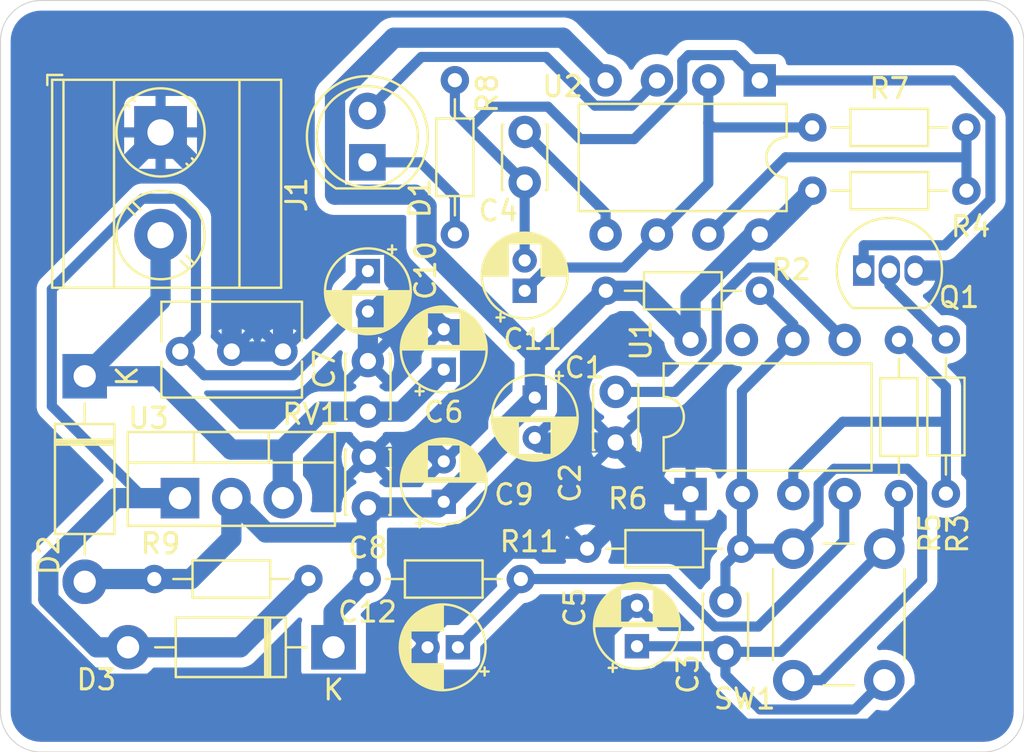
<source format=kicad_pcb>
(kicad_pcb (version 20240108) (generator "pcbnew") (generator_version "8.0")
  (layers (0 "F.Cu" signal) (31 "B.Cu" signal) (34 "B.Paste" user) (35 "F.Paste" user) (36 "B.SilkS" user "B.Silkscreen") (37 "F.SilkS" user "F.Silkscreen") (38 "B.Mask" user) (39 "F.Mask" user) (44 "Edge.Cuts" user))
  (net 0 "")
  (net 1 "GND")
  (net 2 "Net-(U1-CV)")
  (net 3 "Net-(U1-THR)")
  (net 4 "Net-(Q1-C)")
  (net 5 "Net-(U2-CV)")
  (net 6 "Net-(U2-THR)")
  (net 7 "+12V")
  (net 8 "+9V")
  (net 9 "Net-(D3-A)")
  (net 10 "Net-(D1-K)")
  (net 11 "Net-(D1-A)")
  (net 12 "Net-(Q1-B)")
  (net 13 "Net-(U1-Q)")
  (net 14 "Net-(U2-DIS)")
  (net 16 "Net-(C3-Pad2)")
  (net 17 "Net-(U1-R)")
  (footprint "Capacitor_THT:CP_Radial_D4.0mm_P2.00mm" (layer "F.Cu") (at 153.5 82.0274 -90)
    (property "Reference" "C2" (at 4.2226 -1.75 90) (layer "F.SilkS"))
    (property "Value" "10uF")
    (pad "1" thru_hole rect (at 0 0 270) (size 1.2 1.2) (drill 0.6) (layers "*.Cu" "*.Mask") (net 8 "+9V"))
    (pad "2" thru_hole circle (at 2 0 270) (size 1.2 1.2) (drill 0.6) (layers "*.Cu" "*.Mask") (net 1 "GND"))
  )
  (footprint "Package_TO_SOT_THT:TO-92_Inline" (layer "F.Cu") (at 169.76 75.75)
    (property "Reference" "Q1" (at 4.715 1.325 0) (layer "F.SilkS"))
    (property "Value" "BC337")
    (pad "1" thru_hole rect (at 0 0) (size 1.05 1.5) (drill 0.75) (layers "*.Cu" "*.Mask") (net 4 "Net-(Q1-C)"))
    (pad "2" thru_hole oval (at 1.27 0) (size 1.05 1.5) (drill 0.75) (layers "*.Cu" "*.Mask") (net 12 "Net-(Q1-B)"))
    (pad "3" thru_hole oval (at 2.54 0) (size 1.05 1.5) (drill 0.75) (layers "*.Cu" "*.Mask") (net 1 "GND"))
  )
  (footprint "TerminalBlock_Phoenix:TerminalBlock_Phoenix_MKDS-3-2-5.08_1x02_P5.08mm_Horizontal" (layer "F.Cu") (at 135 68.92 -90)
    (property "Reference" "J1" (at 3.08 -6.725 90) (layer "F.SilkS"))
    (property "Value" "DC_12V")
    (pad "1" thru_hole rect (at 0 0 270) (size 2.6 2.6) (drill 1.3) (layers "*.Cu" "*.Mask") (net 1 "GND"))
    (pad "2" thru_hole circle (at 5.08 0 270) (size 2.6 2.6) (drill 1.3) (layers "*.Cu" "*.Mask") (net 7 "+12V"))
  )
  (footprint "Resistor_THT:R_Axial_DIN0204_L3.6mm_D1.6mm_P7.62mm_Horizontal" (layer "F.Cu") (at 152.81 91 180)
    (property "Reference" "R11" (at -0.415 1.85 0) (layer "F.SilkS"))
    (property "Value" "100k")
    (pad "1" thru_hole circle (at 0 0 180) (size 1.4 1.4) (drill 0.7) (layers "*.Cu" "*.Mask") (net 17 "Net-(U1-R)"))
    (pad "2" thru_hole oval (at 7.62 0 180) (size 1.4 1.4) (drill 0.7) (layers "*.Cu" "*.Mask") (net 8 "+9V"))
  )
  (footprint "Capacitor_THT:CP_Radial_D4.0mm_P2.00mm" (layer "F.Cu") (at 145.25 75.775 -90)
    (property "Reference" "C10" (at -0.025 -2.85 90) (layer "F.SilkS"))
    (property "Value" "10uF")
    (pad "1" thru_hole rect (at 0 0 270) (size 1.2 1.2) (drill 0.6) (layers "*.Cu" "*.Mask") (net 9 "Net-(D3-A)"))
    (pad "2" thru_hole circle (at 2 0 270) (size 1.2 1.2) (drill 0.6) (layers "*.Cu" "*.Mask") (net 1 "GND"))
  )
  (footprint "Resistor_THT:R_Axial_DIN0204_L3.6mm_D1.6mm_P7.62mm_Horizontal" (layer "F.Cu") (at 149.55 66.34 -90)
    (property "Reference" "R8" (at 0.66 -1.6 90) (layer "F.SilkS"))
    (property "Value" "330")
    (pad "1" thru_hole circle (at 0 0 270) (size 1.4 1.4) (drill 0.7) (layers "*.Cu" "*.Mask") (net 4 "Net-(Q1-C)"))
    (pad "2" thru_hole oval (at 7.62 0 270) (size 1.4 1.4) (drill 0.7) (layers "*.Cu" "*.Mask") (net 10 "Net-(D1-K)"))
  )
  (footprint "Package_TO_SOT_THT:TO-220-3_Vertical" (layer "F.Cu") (at 135.96 87)
    (property "Reference" "U3" (at -1.56 -3.95 0) (layer "F.SilkS"))
    (property "Value" "LM317_TO-220")
    (pad "1" thru_hole rect (at 0 0) (size 1.905 2) (drill 1.1) (layers "*.Cu" "*.Mask") (net 9 "Net-(D3-A)"))
    (pad "2" thru_hole oval (at 2.54 0) (size 1.905 2) (drill 1.1) (layers "*.Cu" "*.Mask") (net 8 "+9V"))
    (pad "3" thru_hole oval (at 5.08 0) (size 1.905 2) (drill 1.1) (layers "*.Cu" "*.Mask") (net 7 "+12V"))
  )
  (footprint "Capacitor_THT:CP_Radial_D4.0mm_P2.00mm" (layer "F.Cu") (at 149 80.6476 90)
    (property "Reference" "C6" (at -2.1024 0 180) (layer "F.SilkS"))
    (property "Value" "10uF")
    (pad "1" thru_hole rect (at 0 0 90) (size 1.2 1.2) (drill 0.6) (layers "*.Cu" "*.Mask") (net 7 "+12V"))
    (pad "2" thru_hole circle (at 2 0 90) (size 1.2 1.2) (drill 0.6) (layers "*.Cu" "*.Mask") (net 1 "GND"))
  )
  (footprint "Resistor_THT:R_Axial_DIN0204_L3.6mm_D1.6mm_P7.62mm_Horizontal" (layer "F.Cu") (at 174.84 71.8 180)
    (property "Reference" "R4" (at -0.21 -1.775 0) (layer "F.SilkS"))
    (property "Value" "100K")
    (pad "1" thru_hole circle (at 0 0 180) (size 1.4 1.4) (drill 0.7) (layers "*.Cu" "*.Mask") (net 14 "Net-(U2-DIS)"))
    (pad "2" thru_hole oval (at 7.62 0 180) (size 1.4 1.4) (drill 0.7) (layers "*.Cu" "*.Mask") (net 8 "+9V"))
  )
  (footprint "Resistor_THT:R_Axial_DIN0204_L3.6mm_D1.6mm_P7.62mm_Horizontal" (layer "F.Cu") (at 173.825 79.155 -90)
    (property "Reference" "R3" (at 9.61 -0.575 90) (layer "F.SilkS"))
    (property "Value" "51k")
    (pad "1" thru_hole circle (at 0 0 270) (size 1.4 1.4) (drill 0.7) (layers "*.Cu" "*.Mask") (net 12 "Net-(Q1-B)"))
    (pad "2" thru_hole oval (at 7.62 0 270) (size 1.4 1.4) (drill 0.7) (layers "*.Cu" "*.Mask") (net 13 "Net-(U1-Q)"))
  )
  (footprint "Resistor_THT:R_Axial_DIN0204_L3.6mm_D1.6mm_P7.62mm_Horizontal" (layer "F.Cu") (at 142.31 91 180)
    (property "Reference" "R9" (at 7.31 1.75 0) (layer "F.SilkS"))
    (property "Value" "220R")
    (pad "1" thru_hole circle (at 0 0 180) (size 1.4 1.4) (drill 0.7) (layers "*.Cu" "*.Mask") (net 9 "Net-(D3-A)"))
    (pad "2" thru_hole oval (at 7.62 0 180) (size 1.4 1.4) (drill 0.7) (layers "*.Cu" "*.Mask") (net 8 "+9V"))
  )
  (footprint "LED_THT:LED_D5.0mm_Clear" (layer "F.Cu") (at 145.225 70.4 90)
    (property "Reference" "D1" (at -1.775 2.6 90) (layer "F.SilkS"))
    (property "Value" "LED")
    (pad "1" thru_hole rect (at 0 0 90) (size 1.8 1.8) (drill 0.9) (layers "*.Cu" "*.Mask") (net 10 "Net-(D1-K)"))
    (pad "2" thru_hole circle (at 2.54 0 90) (size 1.8 1.8) (drill 0.9) (layers "*.Cu" "*.Mask") (net 11 "Net-(D1-A)"))
  )
  (footprint "Resistor_THT:R_Axial_DIN0204_L3.6mm_D1.6mm_P7.62mm_Horizontal" (layer "F.Cu") (at 156.09 89.5)
    (property "Reference" "R6" (at 2.01 -2.475 0) (layer "F.SilkS"))
    (property "Value" "100k")
    (pad "1" thru_hole circle (at 0 0) (size 1.4 1.4) (drill 0.7) (layers "*.Cu" "*.Mask") (net 1 "GND"))
    (pad "2" thru_hole oval (at 7.62 0) (size 1.4 1.4) (drill 0.7) (layers "*.Cu" "*.Mask") (net 3 "Net-(U1-THR)"))
  )
  (footprint "Resistor_THT:R_Axial_DIN0204_L3.6mm_D1.6mm_P7.62mm_Horizontal" (layer "F.Cu") (at 167.215 68.675)
    (property "Reference" "R7" (at 3.81 -1.92 0) (layer "F.SilkS"))
    (property "Value" "1M")
    (pad "1" thru_hole circle (at 0 0) (size 1.4 1.4) (drill 0.7) (layers "*.Cu" "*.Mask") (net 6 "Net-(U2-THR)"))
    (pad "2" thru_hole oval (at 7.62 0) (size 1.4 1.4) (drill 0.7) (layers "*.Cu" "*.Mask") (net 14 "Net-(U2-DIS)"))
  )
  (footprint "Capacitor_THT:C_Disc_D3.0mm_W2.0mm_P2.50mm" (layer "F.Cu") (at 157.5 81.749999 -90)
    (property "Reference" "C1" (at -1.199999 1.55 0) (layer "F.SilkS"))
    (property "Value" "0.1uF")
    (pad "1" thru_hole circle (at 0 0 270) (size 1.6 1.6) (drill 0.8) (layers "*.Cu" "*.Mask") (net 2 "Net-(U1-CV)"))
    (pad "2" thru_hole circle (at 2.5 0 270) (size 1.6 1.6) (drill 0.8) (layers "*.Cu" "*.Mask") (net 1 "GND"))
  )
  (footprint "Capacitor_THT:C_Disc_D3.0mm_W2.0mm_P2.50mm" (layer "F.Cu") (at 145.25 87.46 90)
    (property "Reference" "C8" (at -2 0 0) (layer "F.SilkS"))
    (property "Value" "0.1uF")
    (pad "1" thru_hole circle (at 0 0 90) (size 1.6 1.6) (drill 0.8) (layers "*.Cu" "*.Mask") (net 8 "+9V"))
    (pad "2" thru_hole circle (at 2.5 0 90) (size 1.6 1.6) (drill 0.8) (layers "*.Cu" "*.Mask") (net 1 "GND"))
  )
  (footprint "Capacitor_THT:CP_Radial_D4.0mm_P2.00mm" (layer "F.Cu") (at 149 87.1826 90)
    (property "Reference" "C9" (at 0.3576 3.475 180) (layer "F.SilkS"))
    (property "Value" "10uF")
    (pad "1" thru_hole rect (at 0 0 90) (size 1.2 1.2) (drill 0.6) (layers "*.Cu" "*.Mask") (net 8 "+9V"))
    (pad "2" thru_hole circle (at 2 0 90) (size 1.2 1.2) (drill 0.6) (layers "*.Cu" "*.Mask") (net 1 "GND"))
  )
  (footprint "Capacitor_THT:CP_Radial_D4.0mm_P1.50mm" (layer "F.Cu") (at 153 76.75 90)
    (property "Reference" "C11" (at -2.4 0.4 0) (layer "F.SilkS"))
    (property "Value" "0.22uF")
    (pad "1" thru_hole rect (at 0 0 90) (size 1.2 1.2) (drill 0.6) (layers "*.Cu" "*.Mask") (net 6 "Net-(U2-THR)"))
    (pad "2" thru_hole circle (at 1.5 0 90) (size 1.2 1.2) (drill 0.6) (layers "*.Cu" "*.Mask") (net 4 "Net-(Q1-C)"))
  )
  (footprint "Capacitor_THT:C_Disc_D3.0mm_W2.0mm_P2.50mm" (layer "F.Cu") (at 162.925 92.1 -90)
    (property "Reference" "C3" (at 3.6 1.85 90) (layer "F.SilkS"))
    (property "Value" "0.1uF")
    (pad "1" thru_hole circle (at 0 0 270) (size 1.6 1.6) (drill 0.8) (layers "*.Cu" "*.Mask") (net 3 "Net-(U1-THR)"))
    (pad "2" thru_hole circle (at 2.5 0 270) (size 1.6 1.6) (drill 0.8) (layers "*.Cu" "*.Mask") (net 16 "Net-(C3-Pad2)"))
  )
  (footprint "Capacitor_THT:C_Disc_D3.0mm_W2.0mm_P2.50mm" (layer "F.Cu") (at 145.25 82.725 90)
    (property "Reference" "C7" (at 2.1 -2.15 90) (layer "F.SilkS"))
    (property "Value" "0.1uF")
    (pad "1" thru_hole circle (at 0 0 90) (size 1.6 1.6) (drill 0.8) (layers "*.Cu" "*.Mask") (net 7 "+12V"))
    (pad "2" thru_hole circle (at 2.5 0 90) (size 1.6 1.6) (drill 0.8) (layers "*.Cu" "*.Mask") (net 1 "GND"))
  )
  (footprint "Diode_THT:D_DO-41_SOD81_P10.16mm_Horizontal" (layer "F.Cu") (at 143.5524 94.375 180)
    (property "Reference" "D3" (at 11.725 -1.6 0) (layer "F.SilkS"))
    (property "Value" "1N4007")
    (fp_text user "K" (at 0 -2.1 0) (layer "F.SilkS"))
    (pad "1" thru_hole rect (at 0 0 180) (size 2.2 2.2) (drill 1.1) (layers "*.Cu" "*.Mask") (net 8 "+9V"))
    (pad "2" thru_hole oval (at 10.16 0 180) (size 2.2 2.2) (drill 1.1) (layers "*.Cu" "*.Mask") (net 9 "Net-(D3-A)"))
  )
  (footprint "Capacitor_THT:CP_Radial_D4.0mm_P2.00mm" (layer "F.Cu") (at 158.55 94.3226 90)
    (property "Reference" "C5" (at 1.9076 -3.075 90) (layer "F.SilkS"))
    (property "Value" "0.1uF")
    (pad "1" thru_hole rect (at 0 0 90) (size 1.2 1.2) (drill 0.6) (layers "*.Cu" "*.Mask") (net 16 "Net-(C3-Pad2)"))
    (pad "2" thru_hole circle (at 2 0 90) (size 1.2 1.2) (drill 0.6) (layers "*.Cu" "*.Mask") (net 1 "GND"))
  )
  (footprint "Diode_THT:D_DO-41_SOD81_P10.16mm_Horizontal" (layer "F.Cu") (at 131.25 80.975 -90)
    (property "Reference" "D2" (at 8.85 1.775 90) (layer "F.SilkS"))
    (property "Value" "1N4007")
    (fp_text user "K" (at 0 -2.1 90) (layer "F.SilkS"))
    (pad "1" thru_hole rect (at 0 0 270) (size 2.2 2.2) (drill 1.1) (layers "*.Cu" "*.Mask") (net 7 "+12V"))
    (pad "2" thru_hole oval (at 10.16 0 270) (size 2.2 2.2) (drill 1.1) (layers "*.Cu" "*.Mask") (net 8 "+9V"))
  )
  (footprint "Package_DIP:DIP-8_W7.62mm" (layer "F.Cu") (at 164.62 66.35 -90)
    (property "Reference" "U2" (at 0.3 9.745 180) (layer "F.SilkS"))
    (property "Value" "NE555P")
    (pad "1" thru_hole rect (at 0 0 270) (size 1.6 1.6) (drill 0.8) (layers "*.Cu" "*.Mask") (net 4 "Net-(Q1-C)"))
    (pad "2" thru_hole oval (at 0 2.54 270) (size 1.6 1.6) (drill 0.8) (layers "*.Cu" "*.Mask") (net 6 "Net-(U2-THR)"))
    (pad "3" thru_hole oval (at 0 5.08 270) (size 1.6 1.6) (drill 0.8) (layers "*.Cu" "*.Mask") (net 11 "Net-(D1-A)"))
    (pad "4" thru_hole oval (at 0 7.62 270) (size 1.6 1.6) (drill 0.8) (layers "*.Cu" "*.Mask") (net 8 "+9V"))
    (pad "5" thru_hole oval (at 7.62 7.62 270) (size 1.6 1.6) (drill 0.8) (layers "*.Cu" "*.Mask") (net 5 "Net-(U2-CV)"))
    (pad "6" thru_hole oval (at 7.62 5.08 270) (size 1.6 1.6) (drill 0.8) (layers "*.Cu" "*.Mask") (net 6 "Net-(U2-THR)"))
    (pad "7" thru_hole oval (at 7.62 2.54 270) (size 1.6 1.6) (drill 0.8) (layers "*.Cu" "*.Mask") (net 14 "Net-(U2-DIS)"))
    (pad "8" thru_hole oval (at 7.62 0 270) (size 1.6 1.6) (drill 0.8) (layers "*.Cu" "*.Mask") (net 8 "+9V"))
  )
  (footprint "Package_DIP:DIP-8_W7.62mm" (layer "F.Cu") (at 161.2 86.799999 90)
    (property "Reference" "U1" (at 7.599999 -2.45 90) (layer "F.SilkS"))
    (property "Value" "NE555P")
    (pad "1" thru_hole rect (at 0 0 90) (size 1.6 1.6) (drill 0.8) (layers "*.Cu" "*.Mask") (net 1 "GND"))
    (pad "2" thru_hole oval (at 0 2.54 90) (size 1.6 1.6) (drill 0.8) (layers "*.Cu" "*.Mask") (net 3 "Net-(U1-THR)"))
    (pad "3" thru_hole oval (at 0 5.08 90) (size 1.6 1.6) (drill 0.8) (layers "*.Cu" "*.Mask") (net 13 "Net-(U1-Q)"))
    (pad "4" thru_hole oval (at 0 7.62 90) (size 1.6 1.6) (drill 0.8) (layers "*.Cu" "*.Mask") (net 17 "Net-(U1-R)"))
    (pad "5" thru_hole oval (at 7.62 7.62 90) (size 1.6 1.6) (drill 0.8) (layers "*.Cu" "*.Mask") (net 2 "Net-(U1-CV)"))
    (pad "6" thru_hole oval (at 7.62 5.08 90) (size 1.6 1.6) (drill 0.8) (layers "*.Cu" "*.Mask") (net 3 "Net-(U1-THR)"))
    (pad "7" thru_hole oval (at 7.62 2.54 90) (size 1.6 1.6) (drill 0.8) (layers "*.Cu" "*.Mask"))
    (pad "8" thru_hole oval (at 7.62 0 90) (size 1.6 1.6) (drill 0.8) (layers "*.Cu" "*.Mask") (net 8 "+9V"))
  )
  (footprint "Button_Switch_THT:SW_PUSH_6mm_H5mm" (layer "F.Cu") (at 166.28 96 90)
    (property "Reference" "SW1" (at -0.925 -2.405 0) (layer "F.SilkS"))
    (property "Value" "SW_Push")
    (pad "1" thru_hole circle (at 0 0 180) (size 2 2) (drill 1.1) (layers "*.Cu" "*.Mask") (net 3 "Net-(U1-THR)"))
    (pad "1" thru_hole circle (at 6.5 0 180) (size 2 2) (drill 1.1) (layers "*.Cu" "*.Mask") (net 3 "Net-(U1-THR)"))
    (pad "2" thru_hole circle (at 0 4.5 180) (size 2 2) (drill 1.1) (layers "*.Cu" "*.Mask") (net 16 "Net-(C3-Pad2)"))
    (pad "2" thru_hole circle (at 6.5 4.5 180) (size 2 2) (drill 1.1) (layers "*.Cu" "*.Mask") (net 16 "Net-(C3-Pad2)"))
  )
  (footprint "Resistor_THT:R_Axial_DIN0204_L3.6mm_D1.6mm_P7.62mm_Horizontal" (layer "F.Cu") (at 171.5 86.8 90)
    (property "Reference" "R5" (at -1.925 1.525 90) (layer "F.SilkS"))
    (property "Value" "200k")
    (pad "1" thru_hole circle (at 0 0 90) (size 1.4 1.4) (drill 0.7) (layers "*.Cu" "*.Mask") (net 16 "Net-(C3-Pad2)"))
    (pad "2" thru_hole oval (at 7.62 0 90) (size 1.4 1.4) (drill 0.7) (layers "*.Cu" "*.Mask") (net 13 "Net-(U1-Q)"))
  )
  (footprint "Resistor_THT:R_Axial_DIN0204_L3.6mm_D1.6mm_P7.62mm_Horizontal" (layer "F.Cu") (at 164.63 76.75 180)
    (property "Reference" "R2" (at -1.545 1.05 0) (layer "F.SilkS"))
    (property "Value" "100k")
    (pad "1" thru_hole circle (at 0 0 180) (size 1.4 1.4) (drill 0.7) (layers "*.Cu" "*.Mask") (net 3 "Net-(U1-THR)"))
    (pad "2" thru_hole oval (at 7.62 0 180) (size 1.4 1.4) (drill 0.7) (layers "*.Cu" "*.Mask") (net 8 "+9V"))
  )
  (footprint "Potentiometer_THT:Potentiometer_Bourns_3266Y_Vertical" (layer "F.Cu") (at 135.975 79.75 180)
    (property "Reference" "RV1" (at -6.45 -3.1 180) (layer "F.SilkS"))
    (property "Value" "2k")
    (pad "1" thru_hole circle (at 0 0 180) (size 1.44 1.44) (drill 0.8) (layers "*.Cu" "*.Mask") (net 9 "Net-(D3-A)"))
    (pad "2" thru_hole circle (at -2.54 0 180) (size 1.44 1.44) (drill 0.8) (layers "*.Cu" "*.Mask") (net 1 "GND"))
    (pad "3" thru_hole circle (at -5.08 0 180) (size 1.44 1.44) (drill 0.8) (layers "*.Cu" "*.Mask") (net 1 "GND"))
  )
  (footprint "Capacitor_THT:C_Disc_D3.0mm_W2.0mm_P2.50mm" (layer "F.Cu") (at 153 68.9 -90)
    (property "Reference" "C4" (at 3.9 1.3 0) (layer "F.SilkS"))
    (property "Value" "0.1uF")
    (pad "1" thru_hole circle (at 0 0 270) (size 1.6 1.6) (drill 0.8) (layers "*.Cu" "*.Mask") (net 5 "Net-(U2-CV)"))
    (pad "2" thru_hole circle (at 2.5 0 270) (size 1.6 1.6) (drill 0.8) (layers "*.Cu" "*.Mask") (net 4 "Net-(Q1-C)"))
  )
  (footprint "Capacitor_THT:CP_Radial_D4.0mm_P1.50mm" (layer "F.Cu") (at 149.7 94.375 180)
    (property "Reference" "C12" (at 4.4726 1.75 0) (layer "F.SilkS"))
    (property "Value" "1uF")
    (pad "1" thru_hole rect (at 0 0 180) (size 1.2 1.2) (drill 0.6) (layers "*.Cu" "*.Mask") (net 17 "Net-(U1-R)"))
    (pad "2" thru_hole circle (at 1.5 0 180) (size 1.2 1.2) (drill 0.6) (layers "*.Cu" "*.Mask") (net 1 "GND"))
  )
  (gr_line (start 175.675 99.55) (end 129.0875 99.55) (stroke (width 0.05)) (layer "Edge.Cuts"))
  (gr_line (start 177.675 64.4) (end 177.675 97.55) (stroke (width 0.05)) (layer "Edge.Cuts"))
  (gr_arc (start 129.0875 99.55) (mid 127.673286 98.964214) (end 127.0875 97.55) (stroke (width 0.05)) (layer "Edge.Cuts"))
  (gr_line (start 127.0875 97.55) (end 127.0875 64.4) (stroke (width 0.05)) (layer "Edge.Cuts"))
  (gr_arc (start 127.0875 64.4) (mid 127.673286 62.985786) (end 129.0875 62.4) (stroke (width 0.05)) (layer "Edge.Cuts"))
  (gr_arc (start 177.675 97.55) (mid 177.089214 98.964214) (end 175.675 99.55) (stroke (width 0.05)) (layer "Edge.Cuts"))
  (gr_arc (start 175.675 62.4) (mid 177.089214 62.985786) (end 177.675 64.4) (stroke (width 0.05)) (layer "Edge.Cuts"))
  (gr_line (start 129.0875 62.4) (end 175.675 62.4) (stroke (width 0.05)) (layer "Edge.Cuts"))
  (segment (start 146.915 84.96) (end 145.25 84.96) (width 1) (layer "B.Cu") (net 1))
  (segment (start 154.8875 95.6375) (end 158.2024 92.3226) (width 1) (layer "B.Cu") (net 1))
  (segment (start 143.95 74.475) (end 141.055 77.37) (width 1) (layer "B.Cu") (net 1))
  (segment (start 146.55 76.1976) (end 146.55 74.475) (width 1) (layer "B.Cu") (net 1))
  (segment (start 149.848528 78.6476) (end 150.3 79.099072) (width 1) (layer "B.Cu") (net 1))
  (segment (start 174.459848 75.75) (end 172.3 75.75) (width 1) (layer "B.Cu") (net 1))
  (segment (start 150.3 81.575) (end 147.6625 84.2125) (width 1) (layer "B.Cu") (net 1))
  (segment (start 138.515 72.435) (end 138.515 79.75) (width 1) (layer "B.Cu") (net 1))
  (segment (start 158.790001 86.799999) (end 161.2 86.799999) (width 1) (layer "B.Cu") (net 1))
  (segment (start 148.2 94.375) (end 148.2 95.475) (width 1) (layer "B.Cu") (net 1))
  (segment (start 148.2 94.375) (end 148.2 93.526472) (width 1) (layer "B.Cu") (net 1))
  (segment (start 156.09 89.5) (end 158.790001 86.799999) (width 1) (layer "B.Cu") (net 1))
  (segment (start 157.5 84.249999) (end 153.722599 84.249999) (width 1) (layer "B.Cu") (net 1))
  (segment (start 160.05 86.799999) (end 157.5 84.249999) (width 1) (layer "B.Cu") (net 1))
  (segment (start 152.226472 89.5) (end 156.09 89.5) (width 1) (layer "B.Cu") (net 1))
  (segment (start 148.0299 84.2125) (end 147.6625 84.2125) (width 1) (layer "B.Cu") (net 1))
  (segment (start 149 78.6476) (end 149.848528 78.6476) (width 1) (layer "B.Cu") (net 1))
  (segment (start 175.325 76.615152) (end 174.459848 75.75) (width 1) (layer "B.Cu") (net 1))
  (segment (start 148.1274 77.775) (end 149 78.6476) (width 1) (layer "B.Cu") (net 1))
  (segment (start 153.722599 84.249999) (end 153.5 84.0274) (width 1) (layer "B.Cu") (net 1))
  (segment (start 151.125 98.4) (end 170.784164 98.4) (width 1) (layer "B.Cu") (net 1))
  (segment (start 148.2 95.475) (end 151.125 98.4) (width 1) (layer "B.Cu") (net 1))
  (segment (start 170.784164 98.4) (end 175.325 93.859164) (width 1) (layer "B.Cu") (net 1))
  (segment (start 149 85.1826) (end 148.0299 84.2125) (width 1) (layer "B.Cu") (net 1))
  (segment (start 154.4 96.125) (end 154.8875 95.6375) (width 1) (layer "B.Cu") (net 1))
  (segment (start 131.9 96.175) (end 128.125 92.4) (width 1) (layer "B.Cu") (net 1))
  (segment (start 148.2 93.526472) (end 152.226472 89.5) (width 1) (layer "B.Cu") (net 1))
  (segment (start 128.125 92.4) (end 128.125 75.795) (width 1) (layer "B.Cu") (net 1))
  (segment (start 146.4 96.175) (end 131.9 96.175) (width 1) (layer "B.Cu") (net 1))
  (segment (start 141.055 77.37) (end 141.055 79.75) (width 1) (layer "B.Cu") (net 1))
  (segment (start 175.325 93.859164) (end 175.325 76.615152) (width 1) (layer "B.Cu") (net 1))
  (segment (start 148.2 95.475) (end 148.85 96.125) (width 1) (layer "B.Cu") (net 1))
  (segment (start 148.2 94.375) (end 146.4 96.175) (width 1) (layer "B.Cu") (net 1))
  (segment (start 148.85 96.125) (end 154.4 96.125) (width 1) (layer "B.Cu") (net 1))
  (segment (start 145.25 80.225) (end 145.25 77.775) (width 1) (layer "B.Cu") (net 1))
  (segment (start 150.3 79.099072) (end 150.3 81.575) (width 1) (layer "B.Cu") (net 1))
  (segment (start 128.125 75.795) (end 135 68.92) (width 1) (layer "B.Cu") (net 1))
  (segment (start 135 68.92) (end 138.515 72.435) (width 1) (layer "B.Cu") (net 1))
  (segment (start 158.2024 92.3226) (end 158.55 92.3226) (width 1) (layer "B.Cu") (net 1))
  (segment (start 149 78.6476) (end 146.55 76.1976) (width 1) (layer "B.Cu") (net 1))
  (segment (start 146.55 74.475) (end 143.95 74.475) (width 1) (layer "B.Cu") (net 1))
  (segment (start 145.25 77.775) (end 148.1274 77.775) (width 1) (layer "B.Cu") (net 1))
  (segment (start 161.2 86.799999) (end 160.05 86.799999) (width 1) (layer "B.Cu") (net 1))
  (segment (start 147.6625 84.2125) (end 146.915 84.96) (width 1) (layer "B.Cu") (net 1))
  (segment (start 138.515 79.75) (end 141.055 79.75) (width 1) (layer "B.Cu") (net 1))
  (segment (start 162.49 79.685) (end 162.49 77.263654) (width 0.5) (layer "B.Cu") (net 2))
  (segment (start 157.5 81.749999) (end 160.425001 81.749999) (width 0.5) (layer "B.Cu") (net 2))
  (segment (start 164.153654 75.6) (end 165.240001 75.6) (width 0.5) (layer "B.Cu") (net 2))
  (segment (start 162.49 77.263654) (end 164.153654 75.6) (width 0.5) (layer "B.Cu") (net 2))
  (segment (start 165.240001 75.6) (end 168.82 79.179999) (width 0.5) (layer "B.Cu") (net 2))
  (segment (start 160.425001 81.749999) (end 162.49 79.685) (width 0.5) (layer "B.Cu") (net 2))
  (segment (start 167.694213 96) (end 172.65 91.044213) (width 0.5) (layer "B.Cu") (net 3))
  (segment (start 171.924999 85.549999) (end 168.302233 85.549999) (width 0.5) (layer "B.Cu") (net 3))
  (segment (start 162.925 90.285) (end 163.71 89.5) (width 0.5) (layer "B.Cu") (net 3))
  (segment (start 163.71 89.5) (end 166.28 89.5) (width 0.5) (layer "B.Cu") (net 3))
  (segment (start 166.28 79.179999) (end 166.28 78.4) (width 0.5) (layer "B.Cu") (net 3))
  (segment (start 163.71 86.829999) (end 163.74 86.799999) (width 0.5) (layer "B.Cu") (net 3))
  (segment (start 166.28 96) (end 167.694213 96) (width 0.5) (layer "B.Cu") (net 3))
  (segment (start 163.74 81.719999) (end 166.28 79.179999) (width 0.5) (layer "B.Cu") (net 3))
  (segment (start 162.925 92.1) (end 162.925 90.285) (width 0.5) (layer "B.Cu") (net 3))
  (segment (start 172.65 91.044213) (end 172.65 86.275) (width 0.5) (layer "B.Cu") (net 3))
  (segment (start 167.53 86.322232) (end 167.53 88.25) (width 0.5) (layer "B.Cu") (net 3))
  (segment (start 167.53 88.25) (end 166.28 89.5) (width 0.5) (layer "B.Cu") (net 3))
  (segment (start 168.302233 85.549999) (end 167.53 86.322232) (width 0.5) (layer "B.Cu") (net 3))
  (segment (start 163.74 86.799999) (end 163.74 89.47) (width 0.5) (layer "B.Cu") (net 3))
  (segment (start 172.65 86.275) (end 171.924999 85.549999) (width 0.5) (layer "B.Cu") (net 3))
  (segment (start 163.74 89.47) (end 163.71 89.5) (width 0.5) (layer "B.Cu") (net 3))
  (segment (start 166.28 78.4) (end 164.63 76.75) (width 0.5) (layer "B.Cu") (net 3))
  (segment (start 163.74 86.799999) (end 163.74 81.719999) (width 0.5) (layer "B.Cu") (net 3))
  (segment (start 160.79 65.409999) (end 160.79 66.867767) (width 0.5) (layer "B.Cu") (net 4))
  (segment (start 161.099999 65.1) (end 160.79 65.409999) (width 0.5) (layer "B.Cu") (net 4))
  (segment (start 160.79 66.867767) (end 158.407767 69.25) (width 0.5) (layer "B.Cu") (net 4))
  (segment (start 176.025 68.225) (end 174.15 66.35) (width 0.5) (layer "B.Cu") (net 4))
  (segment (start 149.55 66.34) (end 149.55 67.95) (width 0.5) (layer "B.Cu") (net 4))
  (segment (start 169.76 74.5) (end 173.766346 74.5) (width 0.5) (layer "B.Cu") (net 4))
  (segment (start 151.35 67.65) (end 150.3 68.7) (width 0.5) (layer "B.Cu") (net 4))
  (segment (start 174.15 66.35) (end 164.62 66.35) (width 0.5) (layer "B.Cu") (net 4))
  (segment (start 153 71.4) (end 153 75.25) (width 0.5) (layer "B.Cu") (net 4))
  (segment (start 169.76 75.75) (end 169.76 74.5) (width 0.5) (layer "B.Cu") (net 4))
  (segment (start 176.025 72.241346) (end 176.025 68.225) (width 0.5) (layer "B.Cu") (net 4))
  (segment (start 173.766346 74.5) (end 176.025 72.241346) (width 0.5) (layer "B.Cu") (net 4))
  (segment (start 149.55 67.95) (end 153 71.4) (width 0.5) (layer "B.Cu") (net 4))
  (segment (start 155.75 69.25) (end 154.15 67.65) (width 0.5) (layer "B.Cu") (net 4))
  (segment (start 158.407767 69.25) (end 155.75 69.25) (width 0.5) (layer "B.Cu") (net 4))
  (segment (start 163.37 65.1) (end 161.099999 65.1) (width 0.5) (layer "B.Cu") (net 4))
  (segment (start 154.15 67.65) (end 151.35 67.65) (width 0.5) (layer "B.Cu") (net 4))
  (segment (start 164.62 66.35) (end 163.37 65.1) (width 0.5) (layer "B.Cu") (net 4))
  (segment (start 157 72.9) (end 157 73.97) (width 0.5) (layer "B.Cu") (net 5))
  (segment (start 153 68.9) (end 157 72.9) (width 0.5) (layer "B.Cu") (net 5))
  (segment (start 157.91 75.6) (end 159.54 73.97) (width 0.5) (layer "B.Cu") (net 6))
  (segment (start 162.08 71.43) (end 159.54 73.97) (width 0.5) (layer "B.Cu") (net 6))
  (segment (start 162.08 68.45) (end 162.08 71.43) (width 0.5) (layer "B.Cu") (net 6))
  (segment (start 162.305 68.675) (end 162.08 68.45) (width 0.5) (layer "B.Cu") (net 6))
  (segment (start 154.15 75.6) (end 157.91 75.6) (width 0.5) (layer "B.Cu") (net 6))
  (segment (start 167.215 68.675) (end 162.305 68.675) (width 0.5) (layer "B.Cu") (net 6))
  (segment (start 153 76.75) (end 154.15 75.6) (width 0.5) (layer "B.Cu") (net 6))
  (segment (start 162.08 66.35) (end 162.08 68.45) (width 0.5) (layer "B.Cu") (net 6))
  (segment (start 131.25 80.975) (end 134.859488 80.975) (width 1) (layer "B.Cu") (net 7))
  (segment (start 135 74) (end 135 77.225) (width 1) (layer "B.Cu") (net 7))
  (segment (start 142.915 82.725) (end 145.25 82.725) (width 1) (layer "B.Cu") (net 7))
  (segment (start 141.04 84.6) (end 142.915 82.725) (width 1) (layer "B.Cu") (net 7))
  (segment (start 134.859488 80.975) (end 138.484488 84.6) (width 1) (layer "B.Cu") (net 7))
  (segment (start 135 77.225) (end 131.25 80.975) (width 1) (layer "B.Cu") (net 7))
  (segment (start 145.25 82.725) (end 146.9226 82.725) (width 1) (layer "B.Cu") (net 7))
  (segment (start 138.484488 84.6) (end 141.04 84.6) (width 1) (layer "B.Cu") (net 7))
  (segment (start 141.04 84.6) (end 141.04 87) (width 1) (layer "B.Cu") (net 7))
  (segment (start 146.9226 82.725) (end 149 80.6476) (width 1) (layer "B.Cu") (net 7))
  (segment (start 131.385 91) (end 131.25 91.135) (width 1) (layer "B.Cu") (net 8))
  (segment (start 161.2 79.179999) (end 161.2 77.1) (width 1) (layer "B.Cu") (net 8))
  (segment (start 157.01 76.75) (end 158.770001 76.75) (width 1) (layer "B.Cu") (net 8))
  (segment (start 152.2 83.3274) (end 153.5 82.0274) (width 1) (layer "B.Cu") (net 8))
  (segment (start 164.33 73.97) (end 164.62 73.97) (width 1) (layer "B.Cu") (net 8))
  (segment (start 149 87.1826) (end 152.2 83.9826) (width 1) (layer "B.Cu") (net 8))
  (segment (start 145.19 87.52) (end 145.25 87.46) (width 1) (layer "B.Cu") (net 8))
  (segment (start 136.5 91) (end 134.69 91) (width 1) (layer "B.Cu") (net 8))
  (segment (start 153.5 80.26) (end 153.9675 79.7925) (width 1) (layer "B.Cu") (net 8))
  (segment (start 134.69 91) (end 131.385 91) (width 1) (layer "B.Cu") (net 8))
  (segment (start 152.2 83.9826) (end 152.2 83.3274) (width 1) (layer "B.Cu") (net 8))
  (segment (start 145.19 88.65) (end 145.19 87.52) (width 1) (layer "B.Cu") (net 8))
  (segment (start 138.5 87) (end 138.5 89) (width 1) (layer "B.Cu") (net 8))
  (segment (start 148.15 72.575) (end 148.15 74.539899) (width 1) (layer "B.Cu") (net 8))
  (segment (start 161.2 77.1) (end 164.33 73.97) (width 1) (layer "B.Cu") (net 8))
  (segment (start 138.5 89) (end 136.5 91) (width 1) (layer "B.Cu") (net 8))
  (segment (start 154.89 64.24) (end 146.535 64.24) (width 1) (layer "B.Cu") (net 8))
  (segment (start 165.05 73.97) (end 167.22 71.8) (width 1) (layer "B.Cu") (net 8))
  (segment (start 138.5 87) (end 140.2 88.7) (width 1) (layer "B.Cu") (net 8))
  (segment (start 140.2 88.7) (end 145.14 88.7) (width 1) (layer "B.Cu") (net 8))
  (segment (start 164.62 73.97) (end 165.05 73.97) (width 1) (layer "B.Cu") (net 8))
  (segment (start 143.625 67.15) (end 143.625 72) (width 1) (layer "B.Cu") (net 8))
  (segment (start 146.535 64.24) (end 143.625 67.15) (width 1) (layer "B.Cu") (net 8))
  (segment (start 153.9675 79.7925) (end 154.855 78.905) (width 1) (layer "B.Cu") (net 8))
  (segment (start 148.7226 87.46) (end 149 87.1826) (width 1) (layer "B.Cu") (net 8))
  (segment (start 143.5524 92.6376) (end 145.19 91) (width 1) (layer "B.Cu") (net 8))
  (segment (start 157 66.35) (end 154.89 64.24) (width 1) (layer "B.Cu") (net 8))
  (segment (start 148.15 74.539899) (end 153.402601 79.7925) (width 1) (layer "B.Cu") (net 8))
  (segment (start 143.5524 94.375) (end 143.5524 92.6376) (width 1) (layer "B.Cu") (net 8))
  (segment (start 143.625 72) (end 147.575 72) (width 1) (layer "B.Cu") (net 8))
  (segment (start 145.14 88.7) (end 145.19 88.65) (width 1) (layer "B.Cu") (net 8))
  (segment (start 145.19 91) (end 145.19 88.65) (width 1) (layer "B.Cu") (net 8))
  (segment (start 153.5 82.0274) (end 153.5 80.26) (width 1) (layer "B.Cu") (net 8))
  (segment (start 158.770001 76.75) (end 161.2 79.179999) (width 1) (layer "B.Cu") (net 8))
  (segment (start 153.402601 79.7925) (end 153.9675 79.7925) (width 1) (layer "B.Cu") (net 8))
  (segment (start 154.855 78.905) (end 157.01 76.75) (width 1) (layer "B.Cu") (net 8))
  (segment (start 145.25 87.46) (end 148.7226 87.46) (width 1) (layer "B.Cu") (net 8))
  (segment (start 147.575 72) (end 148.15 72.575) (width 1) (layer "B.Cu") (net 8))
  (segment (start 129.45 91.988234) (end 129.45 90.325) (width 1) (layer "B.Cu") (net 9))
  (segment (start 138.935 94.375) (end 142.31 91) (width 1) (layer "B.Cu") (net 9))
  (segment (start 135.96 79.765) (end 135.975 79.75) (width 1) (layer "B.Cu") (net 9))
  (segment (start 131.836766 94.375) (end 129.45 91.988234) (width 1) (layer "B.Cu") (net 9))
  (segment (start 135.975 79.575) (end 136.75 78.8) (width 0.5) (layer "B.Cu") (net 9))
  (segment (start 129.625 82.45) (end 134.175 87) (width 0.5) (layer "B.Cu") (net 9))
  (segment (start 133.3924 94.375) (end 138.935 94.375) (width 1) (layer "B.Cu") (net 9))
  (segment (start 134.175 87) (end 135.96 87) (width 0.5) (layer "B.Cu") (net 9))
  (segment (start 141.53463 80.925) (end 137.15 80.925) (width 0.5) (layer "B.Cu") (net 9))
  (segment (start 136.75 78.8) (end 136.75 73.15) (width 0.5) (layer "B.Cu") (net 9))
  (segment (start 129.45 90.325) (end 132.775 87) (width 1) (layer "B.Cu") (net 9))
  (segment (start 135.8 72.2) (end 134.1 72.2) (width 0.5) (layer "B.Cu") (net 9))
  (segment (start 132.775 87) (end 135.96 87) (width 1) (layer "B.Cu") (net 9))
  (segment (start 145.25 75.775) (end 144.2 76.825) (width 0.5) (layer "B.Cu") (net 9))
  (segment (start 144.2 76.825) (end 144.2 78.25963) (width 0.5) (layer "B.Cu") (net 9))
  (segment (start 144.2 78.25963) (end 141.53463 80.925) (width 0.5) (layer "B.Cu") (net 9))
  (segment (start 136.75 73.15) (end 135.8 72.2) (width 0.5) (layer "B.Cu") (net 9))
  (segment (start 137.15 80.925) (end 135.975 79.75) (width 0.5) (layer "B.Cu") (net 9))
  (segment (start 133.3924 94.375) (end 131.836766 94.375) (width 1) (layer "B.Cu") (net 9))
  (segment (start 134.1 72.2) (end 129.625 76.675) (width 0.5) (layer "B.Cu") (net 9))
  (segment (start 129.625 76.675) (end 129.625 82.45) (width 0.5) (layer "B.Cu") (net 9))
  (segment (start 135.975 79.75) (end 135.975 79.575) (width 0.5) (layer "B.Cu") (net 9))
  (segment (start 149.55 72.1) (end 149.55 73.96) (width 0.5) (layer "B.Cu") (net 10))
  (segment (start 145.225 70.4) (end 147.85 70.4) (width 0.5) (layer "B.Cu") (net 10))
  (segment (start 147.85 70.4) (end 149.55 72.1) (width 0.5) (layer "B.Cu") (net 10))
  (segment (start 154.065 65.19) (end 156.475 67.6) (width 0.5) (layer "B.Cu") (net 11))
  (segment (start 156.475 67.6) (end 158.29 67.6) (width 0.5) (layer "B.Cu") (net 11))
  (segment (start 145.225 67.86) (end 147.895 65.19) (width 0.5) (layer "B.Cu") (net 11))
  (segment (start 147.895 65.19) (end 154.065 65.19) (width 0.5) (layer "B.Cu") (net 11))
  (segment (start 158.29 67.6) (end 159.54 66.35) (width 0.5) (layer "B.Cu") (net 11))
  (segment (start 171.03 75.75) (end 171.03 76.47) (width 0.5) (layer "B.Cu") (net 12))
  (segment (start 171.03 76.47) (end 173.75 79.19) (width 0.5) (layer "B.Cu") (net 12))
  (segment (start 166.28 86.799999) (end 166.28 85.668629) (width 0.5) (layer "B.Cu") (net 13))
  (segment (start 173.825 81.505) (end 171.5 79.18) (width 0.5) (layer "B.Cu") (net 13))
  (segment (start 168.723629 83.225) (end 173.825 83.225) (width 0.5) (layer "B.Cu") (net 13))
  (segment (start 173.825 86.775) (end 173.825 83.225) (width 0.5) (layer "B.Cu") (net 13))
  (segment (start 173.825 83.225) (end 173.825 81.505) (width 0.5) (layer "B.Cu") (net 13))
  (segment (start 166.28 85.668629) (end 168.723629 83.225) (width 0.5) (layer "B.Cu") (net 13))
  (segment (start 174.84 70.15) (end 174.84 68.68) (width 0.5) (layer "B.Cu") (net 14))
  (segment (start 162.08 73.97) (end 165.9 70.15) (width 0.5) (layer "B.Cu") (net 14))
  (segment (start 165.9 70.15) (end 174.84 70.15) (width 0.5) (layer "B.Cu") (net 14))
  (segment (start 174.84 68.68) (end 174.835 68.675) (width 0.5) (layer "B.Cu") (net 14))
  (segment (start 174.84 71.8) (end 174.84 70.15) (width 0.5) (layer "B.Cu") (net 14))
  (segment (start 158.55 94.3226) (end 162.6476 94.3226) (width 0.5) (layer "B.Cu") (net 16))
  (segment (start 162.925 95.73137) (end 162.925 94.6) (width 0.5) (layer "B.Cu") (net 16))
  (segment (start 162.925 94.6) (end 165.68 94.6) (width 0.5) (layer "B.Cu") (net 16))
  (segment (start 171.5 86.8) (end 171.5 88.78) (width 0.5) (layer "B.Cu") (net 16))
  (segment (start 162.6476 94.3226) (end 162.925 94.6) (width 0.5) (layer "B.Cu") (net 16))
  (segment (start 170.78 96) (end 169.33 97.45) (width 0.5) (layer "B.Cu") (net 16))
  (segment (start 169.33 97.45) (end 164.64363 97.45) (width 0.5) (layer "B.Cu") (net 16))
  (segment (start 171.5 88.78) (end 170.78 89.5) (width 0.5) (layer "B.Cu") (net 16))
  (segment (start 164.64363 97.45) (end 162.925 95.73137) (width 0.5) (layer "B.Cu") (net 16))
  (segment (start 165.68 94.6) (end 170.78 89.5) (width 0.5) (layer "B.Cu") (net 16))
  (segment (start 152.81 91) (end 152.81 91.265) (width 0.5) (layer "B.Cu") (net 17))
  (segment (start 160.057233 91) (end 162.407233 93.35) (width 0.5) (layer "B.Cu") (net 17))
  (segment (start 162.407233 93.35) (end 164.55 93.35) (width 0.5) (layer "B.Cu") (net 17))
  (segment (start 168.8 86.819999) (end 168.82 86.799999) (width 0.5) (layer "B.Cu") (net 17))
  (segment (start 152.81 91.265) (end 149.7 94.375) (width 0.5) (layer "B.Cu") (net 17))
  (segment (start 168.8 89.1) (end 168.8 86.819999) (width 0.5) (layer "B.Cu") (net 17))
  (segment (start 152.81 91) (end 160.057233 91) (width 0.5) (layer "B.Cu") (net 17))
  (segment (start 164.55 93.35) (end 168.8 89.1) (width 0.5) (layer "B.Cu") (net 17))
  (zone (net 1) (net_name "GND") (layer "B.Cu") (connect_pads (clearance 0.5)) (min_thickness 0.25) (fill yes (thermal_gap 0.5) (thermal_bridge_width 0.5))
    (polygon (pts (xy 127.075 62.375) (xy 177.6375 62.425) (xy 177.675 99.55) (xy 127.075 99.525)))
  )
)
</source>
